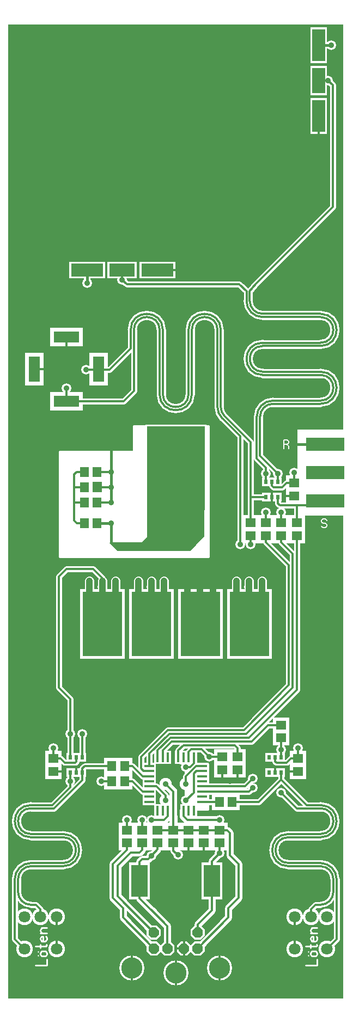
<source format=gbr>
%FSLAX34Y34*%
%MOMM*%
%LNCOPPER_TOP*%
G71*
G01*
%ADD10R, 2.600X4.600*%
%ADD11R, 2.600X5.600*%
%ADD12R, 4.600X2.600*%
%ADD13R, 5.600X2.600*%
%ADD14R, 7.000X10.800*%
%ADD15R, 9.600X13.600*%
%ADD16R, 1.050X2.100*%
%ADD17R, 2.100X1.050*%
%ADD18C, 1.900*%
%ADD19C, 1.500*%
%ADD20R, 2.600X2.400*%
%ADD21C, 0.900*%
%ADD22C, 3.900*%
%ADD23C, 0.300*%
%ADD24C, 1.100*%
%ADD25C, 1.300*%
%ADD26R, 2.400X2.600*%
%ADD27R, 8.600X4.600*%
%ADD28C, 0.167*%
%ADD29R, 3.200X3.400*%
%ADD30C, 2.900*%
%ADD31R, 1.150X1.400*%
%ADD32C, 2.400*%
%ADD33C, 0.400*%
%ADD34R, 5.200X3.000*%
%ADD35R, 3.000X5.200*%
%ADD36C, 1.000*%
%ADD37C, 2.600*%
%ADD38C, 1.400*%
%ADD39C, 0.222*%
%ADD40R, 3.300X5.800*%
%ADD41R, 2.000X4.000*%
%ADD42R, 2.000X5.000*%
%ADD43R, 4.000X2.000*%
%ADD44R, 5.000X2.000*%
%ADD45R, 6.200X10.000*%
%ADD46R, 9.000X13.000*%
%ADD47R, 0.450X1.500*%
%ADD48R, 1.500X0.450*%
%ADD49C, 0.900*%
%ADD50R, 1.600X1.400*%
%ADD51C, 3.300*%
%ADD52R, 1.400X1.600*%
%ADD53R, 6.000X2.000*%
%ADD54R, 0.550X0.800*%
%ADD55R, 4.000X1.800*%
%ADD56R, 1.800X4.000*%
%ADD57R, 6.000X7.000*%
%ADD58C, 1.800*%
%ADD59C, 0.200*%
%ADD60R, 2.500X5.000*%
%LPD*%
G36*
X0Y0D02*
X520000Y0D01*
X520000Y-1515000D01*
X0Y-1515000D01*
X0Y0D01*
G37*
%LPC*%
X482000Y-87000D02*
G54D10*
D03*
X482000Y-142000D02*
G54D11*
D03*
X482000Y-32000D02*
G54D11*
D03*
X177000Y-382000D02*
G54D12*
D03*
X232000Y-382000D02*
G54D13*
D03*
X122000Y-382000D02*
G54D13*
D03*
X374300Y-932300D02*
G54D14*
D03*
X298100Y-932300D02*
G54D14*
D03*
X221900Y-932300D02*
G54D14*
D03*
X145700Y-932300D02*
G54D14*
D03*
X260000Y-690000D02*
G54D15*
D03*
X232000Y-1222300D02*
G54D16*
D03*
X240000Y-1222300D02*
G54D16*
D03*
X248000Y-1222300D02*
G54D16*
D03*
X256000Y-1222300D02*
G54D16*
D03*
X272000Y-1222300D02*
G54D16*
D03*
X280000Y-1222300D02*
G54D16*
D03*
X288000Y-1222300D02*
G54D16*
D03*
X301200Y-1209000D02*
G54D17*
D03*
X301200Y-1201000D02*
G54D17*
D03*
X301200Y-1193000D02*
G54D17*
D03*
X301200Y-1185000D02*
G54D17*
D03*
X301200Y-1177000D02*
G54D17*
D03*
X301200Y-1169000D02*
G54D17*
D03*
X301200Y-1161000D02*
G54D17*
D03*
X301200Y-1153000D02*
G54D17*
D03*
X288000Y-1139800D02*
G54D16*
D03*
X280000Y-1139800D02*
G54D16*
D03*
G36*
X266750Y-1129300D02*
X277250Y-1129300D01*
X277250Y-1150300D01*
X266750Y-1150300D01*
X266750Y-1129300D01*
G37*
X264000Y-1139800D02*
G54D16*
D03*
X240000Y-1139800D02*
G54D16*
D03*
X232000Y-1139800D02*
G54D16*
D03*
X218800Y-1153000D02*
G54D17*
D03*
X218800Y-1161000D02*
G54D17*
D03*
X218800Y-1169000D02*
G54D17*
D03*
X218800Y-1177000D02*
G54D17*
D03*
X218800Y-1185000D02*
G54D17*
D03*
X218800Y-1193000D02*
G54D17*
D03*
X218800Y-1201000D02*
G54D17*
D03*
X218800Y-1209000D02*
G54D17*
D03*
X244000Y-1207000D02*
G54D18*
D03*
X276000Y-1207000D02*
G54D19*
D03*
X312000Y-1139000D02*
G54D19*
D03*
X304000Y-1273000D02*
G54D20*
D03*
X304000Y-1253000D02*
G54D20*
D03*
X280000Y-1273000D02*
G54D20*
D03*
X280000Y-1253000D02*
G54D20*
D03*
X256000Y-1273000D02*
G54D20*
D03*
X256000Y-1253000D02*
G54D20*
D03*
X328000Y-1273000D02*
G54D20*
D03*
X328000Y-1253000D02*
G54D20*
D03*
X244000Y-1181000D02*
G54D18*
D03*
X276000Y-1181000D02*
G54D18*
D03*
X276000Y-1155000D02*
G54D19*
D03*
G54D21*
X218800Y-1185000D02*
X230000Y-1185000D01*
X244000Y-1199000D01*
X244000Y-1207000D01*
G54D21*
X304000Y-1161000D02*
X292000Y-1161000D01*
X288000Y-1165000D01*
G54D21*
X276000Y-1207000D02*
X288000Y-1195000D01*
X288000Y-1165000D01*
X292000Y-1161000D01*
X301200Y-1161000D01*
G54D21*
X276000Y-1181000D02*
X276000Y-1169000D01*
X292000Y-1153000D01*
X301200Y-1153000D01*
G54D21*
X276000Y-1155000D02*
X282000Y-1155000D01*
X288000Y-1149000D01*
X288000Y-1139800D01*
G36*
X298565Y-1401000D02*
X305000Y-1407435D01*
X305000Y-1416565D01*
X298565Y-1423000D01*
X289435Y-1423000D01*
X283000Y-1416565D01*
X283000Y-1407435D01*
X289435Y-1401000D01*
X298565Y-1401000D01*
G37*
G36*
X298565Y-1426000D02*
X305000Y-1432435D01*
X305000Y-1441565D01*
X298565Y-1448000D01*
X289435Y-1448000D01*
X283000Y-1441565D01*
X283000Y-1432435D01*
X289435Y-1426000D01*
X298565Y-1426000D01*
G37*
G36*
X230565Y-1426000D02*
X237000Y-1432435D01*
X237000Y-1441565D01*
X230565Y-1448000D01*
X221435Y-1448000D01*
X215000Y-1441565D01*
X215000Y-1432435D01*
X221435Y-1426000D01*
X230565Y-1426000D01*
G37*
G36*
X230565Y-1401000D02*
X237000Y-1407435D01*
X237000Y-1416565D01*
X230565Y-1423000D01*
X221435Y-1423000D01*
X215000Y-1416565D01*
X215000Y-1407435D01*
X221435Y-1401000D01*
X230565Y-1401000D01*
G37*
G36*
X251565Y-1426000D02*
X258000Y-1432435D01*
X258000Y-1441565D01*
X251565Y-1448000D01*
X242435Y-1448000D01*
X236000Y-1441565D01*
X236000Y-1432435D01*
X242435Y-1426000D01*
X251565Y-1426000D01*
G37*
G36*
X277565Y-1426000D02*
X284000Y-1432435D01*
X284000Y-1441565D01*
X277565Y-1448000D01*
X268435Y-1448000D01*
X262000Y-1441565D01*
X262000Y-1432435D01*
X268435Y-1426000D01*
X277565Y-1426000D01*
G37*
X260000Y-1475000D02*
G54D22*
D03*
X328000Y-1467000D02*
G54D22*
D03*
X192000Y-1467000D02*
G54D22*
D03*
X232000Y-1273000D02*
G54D20*
D03*
X232000Y-1253000D02*
G54D20*
D03*
X264000Y-1291000D02*
G54D19*
D03*
G36*
X276000Y-1221000D02*
X276000Y-1151000D01*
X310000Y-1151000D01*
X310000Y-1221000D01*
X276000Y-1221000D01*
G37*
G54D23*
X276000Y-1221000D02*
X276000Y-1151000D01*
X310000Y-1151000D01*
X310000Y-1221000D01*
X276000Y-1221000D01*
G54D21*
X328000Y-1289000D02*
X328000Y-1273000D01*
G54D21*
X256000Y-1273000D02*
X256000Y-1285000D01*
X260000Y-1289000D01*
X264000Y-1289000D01*
X184000Y-1273000D02*
G54D20*
D03*
X184000Y-1253000D02*
G54D20*
D03*
X208000Y-1273000D02*
G54D20*
D03*
X208000Y-1253000D02*
G54D20*
D03*
G54D24*
X232000Y-1253000D02*
X340000Y-1253000D01*
X344000Y-1257000D01*
G54D25*
X244000Y-1181000D02*
X256000Y-1193000D01*
X256000Y-1253000D01*
X328000Y-1289000D02*
G54D19*
D03*
X222000Y-1293000D02*
G54D19*
D03*
X328000Y-1237000D02*
G54D19*
D03*
X222000Y-1237000D02*
G54D19*
D03*
G54D25*
X272000Y-1222300D02*
X272000Y-1231000D01*
X278000Y-1237000D01*
X328000Y-1237000D01*
G54D25*
X248000Y-1222300D02*
X248000Y-1231000D01*
X242000Y-1237000D01*
X222000Y-1237000D01*
X332000Y-1139000D02*
G54D20*
D03*
X332000Y-1159000D02*
G54D20*
D03*
X356000Y-1139000D02*
G54D20*
D03*
X356000Y-1159000D02*
G54D20*
D03*
G54D21*
X301200Y-1209000D02*
X328000Y-1209000D01*
X328000Y-1209000D02*
G54D26*
D03*
X348000Y-1209000D02*
G54D26*
D03*
X468636Y-696999D02*
G54D19*
D03*
X492636Y-741000D02*
G54D27*
D03*
X492636Y-653000D02*
G54D27*
D03*
G54D28*
X431686Y-652982D02*
X434686Y-654649D01*
X435686Y-656316D01*
X435686Y-659649D01*
G54D28*
X427686Y-659649D02*
X427686Y-646316D01*
X432686Y-646316D01*
X434686Y-647149D01*
X435686Y-648816D01*
X435686Y-650482D01*
X434686Y-652149D01*
X432686Y-652982D01*
X427686Y-652982D01*
X117966Y-695694D02*
G54D26*
D03*
X137966Y-695694D02*
G54D26*
D03*
X117966Y-775694D02*
G54D29*
D03*
X137966Y-775694D02*
G54D29*
D03*
X117966Y-719694D02*
G54D26*
D03*
G36*
X125966Y-706694D02*
X149966Y-706693D01*
X149966Y-732693D01*
X125966Y-732694D01*
X125966Y-706694D01*
G37*
G54D25*
X117966Y-695694D02*
X105966Y-695694D01*
X101966Y-699694D01*
X101966Y-771694D01*
X105966Y-775694D01*
X117966Y-775694D01*
G54D25*
X119966Y-719694D02*
X101966Y-719694D01*
X117966Y-743694D02*
G54D29*
D03*
X137966Y-743694D02*
G54D29*
D03*
G54D25*
X117966Y-743694D02*
X101966Y-743694D01*
X160000Y-776000D02*
G54D30*
D03*
X400000Y-735000D02*
G54D31*
D03*
X409500Y-735000D02*
G54D31*
D03*
X419000Y-735000D02*
G54D31*
D03*
X400000Y-711000D02*
G54D31*
D03*
X409500Y-711000D02*
G54D31*
D03*
X419000Y-711000D02*
G54D31*
D03*
X444000Y-733000D02*
G54D20*
D03*
X444000Y-713000D02*
G54D20*
D03*
X400000Y-775000D02*
G54D20*
D03*
X400000Y-795000D02*
G54D20*
D03*
X424000Y-775000D02*
G54D20*
D03*
X424000Y-795000D02*
G54D20*
D03*
X448000Y-775000D02*
G54D20*
D03*
X448000Y-795000D02*
G54D20*
D03*
X376000Y-775000D02*
G54D20*
D03*
X376000Y-795000D02*
G54D20*
D03*
G54D21*
X424000Y-759000D02*
X424000Y-775000D01*
G54D21*
X409500Y-711000D02*
X409500Y-717596D01*
X411634Y-719729D01*
X425737Y-719729D01*
X432466Y-713000D01*
X444000Y-713000D01*
X444000Y-697000D01*
G54D21*
X376000Y-795000D02*
X376000Y-809000D01*
G54D21*
X400000Y-795000D02*
X400000Y-805000D01*
G54D21*
X424000Y-795000D02*
X424000Y-805000D01*
G54D21*
X448000Y-795000D02*
X448000Y-809000D01*
X96000Y-1163500D02*
G54D31*
D03*
X105500Y-1163500D02*
G54D31*
D03*
X115000Y-1163500D02*
G54D31*
D03*
X96000Y-1139500D02*
G54D31*
D03*
X105500Y-1139500D02*
G54D31*
D03*
X115000Y-1139500D02*
G54D31*
D03*
X70000Y-1161500D02*
G54D20*
D03*
X70000Y-1141500D02*
G54D20*
D03*
G54D21*
X105500Y-1139500D02*
X105500Y-1146096D01*
X103366Y-1148230D01*
X87366Y-1148230D01*
X80637Y-1141500D01*
X70000Y-1141500D01*
X115000Y-1103500D02*
G54D19*
D03*
X96000Y-1103500D02*
G54D19*
D03*
X96000Y-1177000D02*
G54D19*
D03*
G54D21*
X115000Y-1103500D02*
X115000Y-1139500D01*
G54D21*
X96000Y-1103500D02*
X96000Y-1139500D01*
G54D21*
X96000Y-1163500D02*
X96000Y-1177500D01*
X180800Y-1177000D02*
G54D26*
D03*
X160800Y-1177000D02*
G54D26*
D03*
X180800Y-1153000D02*
G54D26*
D03*
X160800Y-1153000D02*
G54D26*
D03*
X208000Y-1237000D02*
G54D19*
D03*
X184000Y-1237000D02*
G54D19*
D03*
G54D21*
X208000Y-1237000D02*
X208000Y-1253000D01*
G54D21*
X184000Y-1237000D02*
X184000Y-1253000D01*
X70000Y-1125500D02*
G54D19*
D03*
G54D21*
X70000Y-1125500D02*
X70000Y-1141500D01*
G54D21*
X232000Y-1139800D02*
X232000Y-1129000D01*
X252000Y-1109000D01*
X374000Y-1109000D01*
X448000Y-1035000D01*
G54D21*
X218800Y-1153000D02*
X218800Y-1134200D01*
X250000Y-1103000D01*
X370000Y-1103000D01*
X442000Y-1031000D01*
G54D21*
X218800Y-1161000D02*
X210000Y-1161000D01*
X206000Y-1157000D01*
X206000Y-1139000D01*
X248000Y-1097000D01*
X366000Y-1097000D01*
X436000Y-1027000D01*
X376000Y-809000D02*
G54D19*
D03*
X360000Y-809000D02*
G54D19*
D03*
X380000Y-1173000D02*
G54D19*
D03*
X380000Y-1187000D02*
G54D19*
D03*
X248000Y-1139800D02*
G54D16*
D03*
G54D21*
G75*
G01X235000Y-475000D02*
G03X195000Y-475000I-20000J0D01*
G01*
G54D21*
G75*
G01X240000Y-475000D02*
G03X190000Y-475000I-25000J0D01*
G01*
G54D21*
X190000Y-475000D02*
X190000Y-503614D01*
X157092Y-536521D01*
X120629Y-536521D01*
G54D21*
X90000Y-566000D02*
X90000Y-586000D01*
X179000Y-586000D01*
X195000Y-570000D01*
X195000Y-475000D01*
G54D21*
G75*
G01X240000Y-574927D02*
G03X280000Y-574927I20000J0D01*
G01*
G54D21*
G75*
G01X235000Y-574927D02*
G03X285000Y-574927I25000J0D01*
G01*
G54D21*
X235000Y-475000D02*
X235000Y-574927D01*
G54D21*
X240000Y-475000D02*
X240000Y-574927D01*
G54D21*
G75*
G01X325000Y-475000D02*
G03X285000Y-475000I-20000J0D01*
G01*
G54D21*
G75*
G01X330000Y-475000D02*
G03X280000Y-475000I-25000J0D01*
G01*
G54D21*
G75*
G01X330000Y-594927D02*
G03X335858Y-609069I20000J0D01*
G01*
G54D21*
G75*
G01X325000Y-594927D02*
G03X332322Y-612605I25000J0D01*
G01*
G54D21*
X325000Y-475000D02*
X325000Y-594927D01*
G54D21*
X330000Y-475000D02*
X330000Y-594927D01*
G54D21*
X280000Y-574927D02*
X280000Y-475000D01*
G54D21*
X285000Y-475000D02*
X285000Y-574927D01*
G54D24*
X232000Y-1273000D02*
X232000Y-1283000D01*
X222000Y-1293000D01*
G54D32*
X137966Y-775694D02*
X160000Y-775694D01*
X160000Y-776000D01*
G54D32*
X160000Y-776000D02*
X160000Y-805000D01*
X170000Y-815000D01*
X250000Y-815000D01*
X260000Y-805000D01*
X260000Y-690000D01*
G36*
X80000Y-665000D02*
X195000Y-665000D01*
X195000Y-625000D01*
X310000Y-625000D01*
X310000Y-827000D01*
X80000Y-827000D01*
X80000Y-665000D01*
G37*
G54D33*
X80000Y-665000D02*
X195000Y-665000D01*
X195000Y-625000D01*
X310000Y-625000D01*
X310000Y-827000D01*
X80000Y-827000D01*
X80000Y-665000D01*
G54D21*
X226000Y-1437000D02*
X184000Y-1395000D01*
G54D21*
X226000Y-1412000D02*
X208000Y-1394000D01*
G54D24*
X247000Y-1437000D02*
X247000Y-1402000D01*
X222000Y-1377000D01*
X90000Y-486000D02*
G54D34*
D03*
X90000Y-586000D02*
G54D34*
D03*
X140000Y-536000D02*
G54D35*
D03*
X40000Y-536000D02*
G54D35*
D03*
G54D21*
X436000Y-853000D02*
X436000Y-1027000D01*
G54D21*
X442000Y-853000D02*
X442000Y-1031000D01*
G54D21*
X448000Y-809000D02*
X448000Y-1035000D01*
G54D21*
X400000Y-711000D02*
X400000Y-689000D01*
X386000Y-675000D01*
X386073Y-610000D01*
X424000Y-759000D02*
G54D19*
D03*
X419000Y-699000D02*
G54D19*
D03*
G54D21*
X419000Y-711000D02*
X419000Y-699000D01*
X391073Y-671072D01*
X391073Y-610000D01*
G54D21*
X442000Y-853000D02*
X442000Y-823000D01*
X424000Y-805000D01*
G54D21*
X436000Y-853000D02*
X436000Y-841000D01*
X400000Y-805000D01*
G54D21*
X360000Y-809000D02*
X360000Y-640282D01*
X332322Y-612605D01*
G54D21*
X376000Y-775000D02*
X376000Y-649212D01*
X335858Y-609069D01*
G54D21*
X301200Y-1193000D02*
X374000Y-1193000D01*
X380000Y-1187000D01*
G54D21*
X301200Y-1185000D02*
X368000Y-1185000D01*
X380000Y-1173000D01*
X424000Y-1089500D02*
G54D20*
D03*
X424000Y-1109500D02*
G54D20*
D03*
G54D21*
X240000Y-1139800D02*
X240000Y-1129000D01*
X254000Y-1115000D01*
X378000Y-1115000D01*
X403500Y-1089500D01*
X424000Y-1089500D01*
G54D21*
X424000Y-1109500D02*
X424000Y-1139500D01*
G54D21*
X280000Y-1139800D02*
X280000Y-1131000D01*
X284000Y-1127000D01*
X300000Y-1127000D01*
X312000Y-1139000D01*
X332000Y-1139000D01*
G54D21*
X264000Y-1139800D02*
X264000Y-1129000D01*
X272000Y-1121000D01*
X352000Y-1121000D01*
X356000Y-1125000D01*
X356000Y-1139000D01*
G54D21*
G75*
G01X395073Y-495000D02*
G03X395073Y-545000I0J-25000D01*
G01*
G54D21*
G75*
G01X485000Y-585000D02*
G03X485000Y-545000I0J20000D01*
G01*
G54D21*
X485000Y-545000D02*
X395073Y-545000D01*
G54D21*
G75*
G01X411073Y-585000D02*
G03X386073Y-610000I0J-25000D01*
G01*
G54D21*
X485000Y-585000D02*
X411073Y-585000D01*
G54D21*
G75*
G01X395073Y-500000D02*
G03X395073Y-540000I0J-20000D01*
G01*
G54D21*
G75*
G01X485000Y-590000D02*
G03X485000Y-540000I0J25000D01*
G01*
G54D21*
X395073Y-540000D02*
X485000Y-540000D01*
G54D21*
X485000Y-590000D02*
X411073Y-590000D01*
G54D21*
G75*
G01X411073Y-590000D02*
G03X391073Y-610000I0J-20000D01*
G01*
X122000Y-402000D02*
G54D19*
D03*
X177000Y-397000D02*
G54D19*
D03*
X497000Y-87000D02*
G54D19*
D03*
X502000Y-32000D02*
G54D19*
D03*
G54D36*
X502000Y-32000D02*
X482000Y-32000D01*
G54D36*
X122000Y-382000D02*
X122000Y-402000D01*
G54D21*
X177000Y-397000D02*
X177000Y-382000D01*
G54D21*
X482000Y-87000D02*
X497000Y-87000D01*
X120629Y-536521D02*
G54D19*
D03*
X260000Y-746000D02*
G54D30*
D03*
X25000Y-1437500D02*
G54D37*
D03*
X75000Y-1437500D02*
G54D37*
D03*
X50000Y-1387500D02*
G54D37*
D03*
X25000Y-1387500D02*
G54D37*
D03*
X75000Y-1387500D02*
G54D37*
D03*
G54D21*
G75*
G01X35000Y-1219000D02*
G03X35000Y-1259000I0J-20000D01*
G01*
G54D21*
G75*
G01X35000Y-1214000D02*
G03X35000Y-1264000I0J-25000D01*
G01*
G54D21*
G75*
G01X84927Y-1309000D02*
G03X84927Y-1259000I0J25000D01*
G01*
G54D21*
X35000Y-1309000D02*
X84927Y-1309000D01*
G54D21*
G75*
G01X84927Y-1304000D02*
G03X84927Y-1264000I0J20000D01*
G01*
G54D21*
X84927Y-1304000D02*
X35000Y-1304000D01*
G54D21*
X35000Y-1264000D02*
X84927Y-1264000D01*
G54D21*
X84927Y-1259000D02*
X35000Y-1259000D01*
G54D21*
G75*
G01X35000Y-1309000D02*
G03X15000Y-1329000I0J-20000D01*
G01*
G54D21*
G75*
G01X35000Y-1304000D02*
G03X10000Y-1329000I0J-25000D01*
G01*
G54D21*
X35000Y-1219000D02*
X71000Y-1219000D01*
X115000Y-1175000D01*
X115000Y-1163500D01*
G54D21*
X10000Y-1329000D02*
X10000Y-1422500D01*
X25000Y-1437500D01*
G54D21*
G75*
G01X15000Y-1349000D02*
G03X35000Y-1369000I20000J0D01*
G01*
G54D21*
X50000Y-1387500D02*
X50000Y-1376000D01*
X43000Y-1369000D01*
X35000Y-1369000D01*
G54D21*
X15000Y-1329000D02*
X15000Y-1349000D01*
G54D21*
X218800Y-1169000D02*
X209000Y-1169000D01*
X193000Y-1153000D01*
X180800Y-1153000D01*
G54D21*
X160800Y-1153000D02*
X119000Y-1153000D01*
X115000Y-1157000D01*
X115000Y-1163500D01*
X144800Y-1177000D02*
G54D19*
D03*
G54D21*
X35000Y-1214000D02*
X68000Y-1214000D01*
X96000Y-1186000D01*
X96000Y-1177000D01*
G54D21*
X144800Y-1177000D02*
X160800Y-1177000D01*
G54D21*
X145700Y-940000D02*
X145700Y-861300D01*
X131400Y-847000D01*
X90000Y-847000D01*
X78000Y-859000D01*
X78000Y-1031000D01*
X96000Y-1049000D01*
X96000Y-1103500D01*
X495000Y-1437500D02*
G54D37*
D03*
X445000Y-1437500D02*
G54D37*
D03*
X470000Y-1387500D02*
G54D37*
D03*
X495000Y-1387500D02*
G54D37*
D03*
X445000Y-1387500D02*
G54D37*
D03*
G54D21*
G75*
G01X485000Y-1259000D02*
G03X485000Y-1219000I0J20000D01*
G01*
G54D21*
G75*
G01X485000Y-1264000D02*
G03X485000Y-1214000I0J25000D01*
G01*
G54D21*
G75*
G01X435073Y-1259000D02*
G03X435073Y-1309000I0J-25000D01*
G01*
G54D21*
X485000Y-1309000D02*
X435073Y-1309000D01*
G54D21*
G75*
G01X435073Y-1264000D02*
G03X435073Y-1304000I0J-20000D01*
G01*
G54D21*
X435073Y-1304000D02*
X485000Y-1304000D01*
G54D21*
X485000Y-1264000D02*
X435073Y-1264000D01*
G54D21*
X435073Y-1259000D02*
X485000Y-1259000D01*
G54D21*
G75*
G01X505000Y-1329000D02*
G03X485000Y-1309000I-20000J0D01*
G01*
G54D21*
G75*
G01X510000Y-1329000D02*
G03X485000Y-1304000I-25000J0D01*
G01*
G54D21*
X510000Y-1329000D02*
X510000Y-1422500D01*
X495000Y-1437500D01*
G54D21*
G75*
G01X485000Y-1369000D02*
G03X505000Y-1349000I0J20000D01*
G01*
G54D21*
X470000Y-1387500D02*
X470000Y-1376000D01*
X477000Y-1369000D01*
X485000Y-1369000D01*
G54D21*
X505000Y-1329000D02*
X505000Y-1349000D01*
X424000Y-1163500D02*
G54D31*
D03*
X414500Y-1163500D02*
G54D31*
D03*
X405000Y-1163500D02*
G54D31*
D03*
X424000Y-1139500D02*
G54D31*
D03*
X414500Y-1139500D02*
G54D31*
D03*
X405000Y-1139500D02*
G54D31*
D03*
X450000Y-1161500D02*
G54D20*
D03*
X450000Y-1141500D02*
G54D20*
D03*
G54D21*
X414500Y-1139500D02*
X414500Y-1146096D01*
X416634Y-1148230D01*
X432634Y-1148230D01*
X439363Y-1141500D01*
X450000Y-1141500D01*
X424000Y-1194768D02*
G54D19*
D03*
G54D21*
X424000Y-1194768D02*
X448232Y-1219000D01*
X485000Y-1219000D01*
X424000Y-1127500D02*
G54D19*
D03*
G54D21*
X485000Y-1214000D02*
X464000Y-1214000D01*
X424000Y-1174000D01*
X424000Y-1163500D01*
G54D21*
X348000Y-1209000D02*
X389000Y-1209000D01*
X424000Y-1174000D01*
X450000Y-1125500D02*
G54D19*
D03*
G54D21*
X450000Y-1125500D02*
X450000Y-1141500D01*
X444000Y-697000D02*
G54D19*
D03*
G54D21*
X222100Y-940000D02*
X222000Y-939900D01*
X222000Y-875000D01*
X222000Y-875000D02*
G54D19*
D03*
X146000Y-875000D02*
G54D19*
D03*
G54D21*
X374100Y-940000D02*
X374000Y-939900D01*
X374000Y-875000D01*
X374000Y-875000D02*
G54D19*
D03*
G54D21*
X218800Y-1193000D02*
X209000Y-1193000D01*
X193000Y-1177000D01*
X180800Y-1177000D01*
G54D21*
X400000Y-759000D02*
X400000Y-775000D01*
X400000Y-759000D02*
G54D19*
D03*
X400000Y-699000D02*
G54D19*
D03*
G54D21*
X400000Y-735000D02*
X376000Y-735000D01*
X376000Y-775000D01*
X492636Y-696999D02*
G54D27*
D03*
G54D21*
X419000Y-735000D02*
X419000Y-745000D01*
X422000Y-748000D01*
X448000Y-748000D01*
X448000Y-775000D01*
X448000Y-748000D01*
X467000Y-748000D01*
G54D28*
X486686Y-780050D02*
X487686Y-781716D01*
X489686Y-782550D01*
X491686Y-782550D01*
X493686Y-781716D01*
X494686Y-780050D01*
X494686Y-778383D01*
X493686Y-776716D01*
X491686Y-775883D01*
X489686Y-775883D01*
X487686Y-775050D01*
X486686Y-773383D01*
X486686Y-771716D01*
X487686Y-770050D01*
X489686Y-769216D01*
X491686Y-769216D01*
X493686Y-770050D01*
X494686Y-771716D01*
G54D21*
X485000Y-500000D02*
X395073Y-500000D01*
G54D21*
X395073Y-495000D02*
X485000Y-495000D01*
G54D21*
G75*
G01X370073Y-430000D02*
G03X395073Y-455000I25000J0D01*
G01*
G54D21*
G75*
G01X485000Y-495000D02*
G03X485000Y-455000I0J20000D01*
G01*
G54D21*
X485000Y-455000D02*
X395073Y-455000D01*
G54D21*
G75*
G01X375073Y-430000D02*
G03X395073Y-450000I20000J0D01*
G01*
G54D21*
G75*
G01X485000Y-500000D02*
G03X485000Y-450000I0J25000D01*
G01*
G54D21*
X395073Y-450000D02*
X485000Y-450000D01*
G54D21*
X370073Y-430000D02*
X370073Y-415073D01*
X359000Y-404000D01*
X184000Y-404000D01*
X177000Y-397000D01*
G54D21*
X375073Y-430000D02*
X375073Y-414927D01*
X384000Y-404000D01*
X504000Y-284000D01*
X504000Y-94000D01*
X497000Y-87000D01*
G36*
X216000Y-754000D02*
X304000Y-754000D01*
X304000Y-796000D01*
X282000Y-818000D01*
X170000Y-818000D01*
X158000Y-806000D01*
X208000Y-806000D01*
X216000Y-798000D01*
X216000Y-754000D01*
G37*
G54D36*
X216000Y-754000D02*
X304000Y-754000D01*
X304000Y-796000D01*
X282000Y-818000D01*
X170000Y-818000D01*
X158000Y-806000D01*
X208000Y-806000D01*
X216000Y-798000D01*
X216000Y-754000D01*
G54D38*
X354000Y-865000D02*
X354000Y-885000D01*
G54D38*
X394000Y-865000D02*
X394000Y-885000D01*
G54D38*
X374000Y-865000D02*
X374000Y-885000D01*
G54D38*
X202000Y-865000D02*
X202000Y-885000D01*
G54D38*
X242000Y-865000D02*
X242000Y-885000D01*
G54D38*
X222000Y-865000D02*
X222000Y-885000D01*
G54D38*
X126000Y-865000D02*
X126000Y-885000D01*
G54D38*
X166000Y-865000D02*
X166000Y-885000D01*
G54D38*
X146000Y-865000D02*
X146000Y-885000D01*
X90000Y-566000D02*
G54D19*
D03*
G54D39*
X41768Y-1463267D02*
X59546Y-1463267D01*
X59546Y-1453934D01*
G54D39*
X46213Y-1447712D02*
X46213Y-1447712D01*
G54D39*
X46213Y-1442378D02*
X46213Y-1442378D01*
G54D39*
X56880Y-1441045D02*
X52435Y-1441045D01*
X50213Y-1442378D01*
X49546Y-1445045D01*
X50213Y-1447712D01*
X52435Y-1449045D01*
X56880Y-1449045D01*
X59102Y-1447712D01*
X59546Y-1445045D01*
X59102Y-1442378D01*
X56880Y-1441045D01*
G54D39*
X41769Y-1433490D02*
X58435Y-1433490D01*
X59546Y-1432156D01*
X59102Y-1430822D01*
G54D39*
X49546Y-1436156D02*
X49546Y-1430822D01*
G54D39*
X58435Y-1417934D02*
X59546Y-1420068D01*
X59546Y-1422734D01*
X58435Y-1425401D01*
X56213Y-1425934D01*
X52435Y-1425934D01*
X50213Y-1424600D01*
X49546Y-1421934D01*
X50213Y-1419268D01*
X51769Y-1417934D01*
X53991Y-1417934D01*
X53991Y-1425934D01*
G54D39*
X59546Y-1413045D02*
X49546Y-1413045D01*
G54D39*
X51768Y-1413045D02*
X50213Y-1411712D01*
X49546Y-1409045D01*
X50213Y-1406378D01*
X51768Y-1405045D01*
X59546Y-1405045D01*
G54D39*
X461768Y-1463267D02*
X479546Y-1463267D01*
X479546Y-1453934D01*
G54D39*
X466213Y-1447712D02*
X466213Y-1447712D01*
G54D39*
X466213Y-1442378D02*
X466213Y-1442378D01*
G54D39*
X476880Y-1441045D02*
X472435Y-1441045D01*
X470213Y-1442378D01*
X469546Y-1445045D01*
X470213Y-1447712D01*
X472435Y-1449045D01*
X476880Y-1449045D01*
X479102Y-1447712D01*
X479546Y-1445045D01*
X479102Y-1442378D01*
X476880Y-1441045D01*
G54D39*
X461769Y-1433490D02*
X478435Y-1433490D01*
X479546Y-1432156D01*
X479102Y-1430822D01*
G54D39*
X469546Y-1436156D02*
X469546Y-1430822D01*
G54D39*
X478435Y-1417934D02*
X479546Y-1420068D01*
X479546Y-1422734D01*
X478435Y-1425401D01*
X476213Y-1425934D01*
X472435Y-1425934D01*
X470213Y-1424600D01*
X469546Y-1421934D01*
X470213Y-1419268D01*
X471769Y-1417934D01*
X473991Y-1417934D01*
X473991Y-1425934D01*
G54D39*
X479546Y-1413045D02*
X469546Y-1413045D01*
G54D39*
X471768Y-1413045D02*
X470213Y-1411712D01*
X469546Y-1409045D01*
X470213Y-1406378D01*
X471768Y-1405045D01*
X479546Y-1405045D01*
G54D24*
X226000Y-1412000D02*
X170000Y-1356000D01*
X170000Y-1308000D01*
X190000Y-1288000D01*
X204000Y-1288000D01*
X208000Y-1284000D01*
X208000Y-1273000D01*
X204000Y-1332000D02*
G54D40*
D03*
X316000Y-1332000D02*
G54D40*
D03*
G54D24*
X226000Y-1437000D02*
X178000Y-1389000D01*
X178000Y-1374000D01*
X162000Y-1358000D01*
X162000Y-1306000D01*
X184000Y-1284000D01*
X184000Y-1273000D01*
G54D24*
X294000Y-1437000D02*
X342000Y-1389000D01*
X342000Y-1374000D01*
X358000Y-1358000D01*
X358000Y-1306000D01*
X344000Y-1292000D01*
X344000Y-1257000D01*
G54D24*
X247000Y-1437000D02*
X247000Y-1402000D01*
X204000Y-1359000D01*
X204000Y-1332000D01*
X204000Y-1302000D01*
X208000Y-1298000D01*
X217000Y-1298000D01*
X222000Y-1293000D01*
G54D24*
X294000Y-1412000D02*
X294000Y-1400000D01*
X316000Y-1378000D01*
X316000Y-1332000D01*
X316000Y-1301000D01*
X328000Y-1289000D01*
%LPD*%
X482000Y-87000D02*
G54D41*
D03*
X482000Y-142000D02*
G54D42*
D03*
X482000Y-32000D02*
G54D42*
D03*
X177000Y-382000D02*
G54D43*
D03*
X232000Y-382000D02*
G54D44*
D03*
X122000Y-382000D02*
G54D44*
D03*
X374300Y-932300D02*
G54D45*
D03*
X298100Y-932300D02*
G54D45*
D03*
X221900Y-932300D02*
G54D45*
D03*
X145700Y-932300D02*
G54D45*
D03*
X260000Y-690000D02*
G54D46*
D03*
X232000Y-1222300D02*
G54D47*
D03*
X240000Y-1222300D02*
G54D47*
D03*
X248000Y-1222300D02*
G54D47*
D03*
X256000Y-1222300D02*
G54D47*
D03*
X264000Y-1222300D02*
G54D47*
D03*
X272000Y-1222300D02*
G54D47*
D03*
X280000Y-1222300D02*
G54D47*
D03*
X288000Y-1222300D02*
G54D47*
D03*
X301200Y-1209000D02*
G54D48*
D03*
X301200Y-1201000D02*
G54D48*
D03*
X301200Y-1193000D02*
G54D48*
D03*
X301200Y-1185000D02*
G54D48*
D03*
X301200Y-1177000D02*
G54D48*
D03*
X301200Y-1169000D02*
G54D48*
D03*
X301200Y-1161000D02*
G54D48*
D03*
X301200Y-1153000D02*
G54D48*
D03*
X288000Y-1139800D02*
G54D47*
D03*
X280000Y-1139800D02*
G54D47*
D03*
X272000Y-1139800D02*
G54D47*
D03*
X264000Y-1139800D02*
G54D47*
D03*
X256000Y-1139800D02*
G54D47*
D03*
X240000Y-1139800D02*
G54D47*
D03*
X232000Y-1139800D02*
G54D47*
D03*
X218800Y-1153000D02*
G54D48*
D03*
X218800Y-1161000D02*
G54D48*
D03*
X218800Y-1169000D02*
G54D48*
D03*
X218800Y-1177000D02*
G54D48*
D03*
X218800Y-1185000D02*
G54D48*
D03*
X218800Y-1193000D02*
G54D48*
D03*
X218800Y-1201000D02*
G54D48*
D03*
X218800Y-1209000D02*
G54D48*
D03*
X244000Y-1207000D02*
G54D49*
D03*
X276000Y-1207000D02*
G54D49*
D03*
X312000Y-1139000D02*
G54D49*
D03*
X304000Y-1273000D02*
G54D50*
D03*
X304000Y-1253000D02*
G54D50*
D03*
X280000Y-1273000D02*
G54D50*
D03*
X280000Y-1253000D02*
G54D50*
D03*
X256000Y-1273000D02*
G54D50*
D03*
X256000Y-1253000D02*
G54D50*
D03*
G54D23*
X280000Y-1289000D02*
X280000Y-1273000D01*
G54D23*
X304000Y-1289000D02*
X304000Y-1273000D01*
X328000Y-1273000D02*
G54D50*
D03*
X328000Y-1253000D02*
G54D50*
D03*
X244000Y-1181000D02*
G54D49*
D03*
X276000Y-1181000D02*
G54D49*
D03*
X244000Y-1155000D02*
G54D49*
D03*
X276000Y-1155000D02*
G54D49*
D03*
G54D23*
X244000Y-1155000D02*
X252000Y-1155000D01*
X256000Y-1155000D01*
X256000Y-1129000D01*
G54D23*
X264000Y-1222300D02*
X264000Y-1155000D01*
X256000Y-1155000D01*
G54D23*
X218800Y-1185000D02*
X230000Y-1185000D01*
X244000Y-1199000D01*
X244000Y-1207000D01*
G54D23*
X304000Y-1161000D02*
X292000Y-1161000D01*
X288000Y-1165000D01*
G54D23*
X276000Y-1207000D02*
X288000Y-1195000D01*
X288000Y-1165000D01*
X292000Y-1161000D01*
X301200Y-1161000D01*
G54D23*
X276000Y-1181000D02*
X276000Y-1169000D01*
X292000Y-1153000D01*
X301200Y-1153000D01*
G54D23*
X276000Y-1155000D02*
X282000Y-1155000D01*
X288000Y-1149000D01*
X288000Y-1139800D01*
G36*
X297320Y-1404000D02*
X302000Y-1408680D01*
X302000Y-1415320D01*
X297320Y-1420000D01*
X290680Y-1420000D01*
X286000Y-1415320D01*
X286000Y-1408680D01*
X290680Y-1404000D01*
X297320Y-1404000D01*
G37*
G36*
X297320Y-1429000D02*
X302000Y-1433680D01*
X302000Y-1440320D01*
X297320Y-1445000D01*
X290680Y-1445000D01*
X286000Y-1440320D01*
X286000Y-1433680D01*
X290680Y-1429000D01*
X297320Y-1429000D01*
G37*
G36*
X229320Y-1429000D02*
X234000Y-1433680D01*
X234000Y-1440320D01*
X229320Y-1445000D01*
X222680Y-1445000D01*
X218000Y-1440320D01*
X218000Y-1433680D01*
X222680Y-1429000D01*
X229320Y-1429000D01*
G37*
G36*
X229320Y-1404000D02*
X234000Y-1408680D01*
X234000Y-1415320D01*
X229320Y-1420000D01*
X222680Y-1420000D01*
X218000Y-1415320D01*
X218000Y-1408680D01*
X222680Y-1404000D01*
X229320Y-1404000D01*
G37*
G36*
X250320Y-1429000D02*
X255000Y-1433680D01*
X255000Y-1440320D01*
X250320Y-1445000D01*
X243680Y-1445000D01*
X239000Y-1440320D01*
X239000Y-1433680D01*
X243680Y-1429000D01*
X250320Y-1429000D01*
G37*
G36*
X276320Y-1429000D02*
X281000Y-1433680D01*
X281000Y-1440320D01*
X276320Y-1445000D01*
X269680Y-1445000D01*
X265000Y-1440320D01*
X265000Y-1433680D01*
X269680Y-1429000D01*
X276320Y-1429000D01*
G37*
X260000Y-1475000D02*
G54D51*
D03*
X328000Y-1467000D02*
G54D51*
D03*
X192000Y-1467000D02*
G54D51*
D03*
G54D23*
X273000Y-1423000D02*
X273000Y-1451500D01*
G54D23*
X273000Y-1437000D02*
X260000Y-1437000D01*
X232000Y-1273000D02*
G54D50*
D03*
X232000Y-1253000D02*
G54D50*
D03*
X264000Y-1291000D02*
G54D49*
D03*
G54D23*
X328000Y-1289000D02*
X328000Y-1273000D01*
G54D23*
X256000Y-1273000D02*
X256000Y-1285000D01*
X260000Y-1289000D01*
X264000Y-1289000D01*
G54D23*
X328000Y-1442000D02*
X328000Y-1488726D01*
G54D23*
X260000Y-1450000D02*
X260000Y-1496726D01*
G54D23*
X192000Y-1442000D02*
X192000Y-1488726D01*
G54D23*
X256000Y-1129000D02*
X256000Y-1139800D01*
X184000Y-1273000D02*
G54D50*
D03*
X184000Y-1253000D02*
G54D50*
D03*
X208000Y-1273000D02*
G54D50*
D03*
X208000Y-1253000D02*
G54D50*
D03*
G54D23*
X232000Y-1253000D02*
X340000Y-1253000D01*
X344000Y-1257000D01*
G54D23*
X244000Y-1181000D02*
X256000Y-1193000D01*
X256000Y-1253000D01*
X328000Y-1289000D02*
G54D49*
D03*
X222000Y-1293000D02*
G54D49*
D03*
X328000Y-1237000D02*
G54D49*
D03*
X222000Y-1237000D02*
G54D49*
D03*
G54D23*
X272000Y-1222300D02*
X272000Y-1231000D01*
X278000Y-1237000D01*
X328000Y-1237000D01*
G54D23*
X248000Y-1222300D02*
X248000Y-1231000D01*
X242000Y-1237000D01*
X222000Y-1237000D01*
X332000Y-1139000D02*
G54D50*
D03*
X332000Y-1159000D02*
G54D50*
D03*
X356000Y-1139000D02*
G54D50*
D03*
X356000Y-1159000D02*
G54D50*
D03*
G54D23*
X356000Y-1159000D02*
X356000Y-1173000D01*
G54D23*
X332000Y-1159000D02*
X332000Y-1173000D01*
X344000Y-1177000D02*
G54D49*
D03*
G54D23*
X298100Y-940000D02*
X298000Y-939900D01*
X298000Y-875000D01*
G54D23*
X301200Y-1209000D02*
X328000Y-1209000D01*
X328000Y-1209000D02*
G54D52*
D03*
X348000Y-1209000D02*
G54D52*
D03*
X468636Y-696999D02*
G54D49*
D03*
X468636Y-652999D02*
G54D49*
D03*
X492636Y-741000D02*
G54D53*
D03*
X492636Y-653000D02*
G54D53*
D03*
X117966Y-695694D02*
G54D52*
D03*
X137966Y-695694D02*
G54D52*
D03*
X117966Y-775694D02*
G54D52*
D03*
X137966Y-775694D02*
G54D52*
D03*
X117966Y-719694D02*
G54D52*
D03*
G36*
X130966Y-711694D02*
X144966Y-711693D01*
X144966Y-727693D01*
X130966Y-727694D01*
X130966Y-711694D01*
G37*
G54D23*
X159966Y-719694D02*
X137966Y-719694D01*
G54D23*
X117966Y-695694D02*
X105966Y-695694D01*
X101966Y-699694D01*
X101966Y-771694D01*
X105966Y-775694D01*
X117966Y-775694D01*
G54D23*
X119966Y-719694D02*
X101966Y-719694D01*
G54D23*
X159966Y-695694D02*
X137966Y-695694D01*
X159966Y-719694D02*
G54D49*
D03*
X159966Y-695694D02*
G54D49*
D03*
X117966Y-743694D02*
G54D52*
D03*
X137966Y-743694D02*
G54D52*
D03*
G54D23*
X117966Y-743694D02*
X101966Y-743694D01*
G54D23*
X159966Y-743694D02*
X137966Y-743694D01*
X159966Y-743694D02*
G54D49*
D03*
X160000Y-776000D02*
G54D49*
D03*
G54D23*
X266000Y-382000D02*
X232000Y-382000D01*
G54D23*
X482000Y-176000D02*
X482000Y-142000D01*
X400000Y-735000D02*
G54D54*
D03*
X409500Y-735000D02*
G54D54*
D03*
X419000Y-735000D02*
G54D54*
D03*
X400000Y-711000D02*
G54D54*
D03*
X409500Y-711000D02*
G54D54*
D03*
X419000Y-711000D02*
G54D54*
D03*
X444000Y-733000D02*
G54D50*
D03*
X444000Y-713000D02*
G54D50*
D03*
X400000Y-775000D02*
G54D50*
D03*
X400000Y-795000D02*
G54D50*
D03*
X424000Y-775000D02*
G54D50*
D03*
X424000Y-795000D02*
G54D50*
D03*
X448000Y-775000D02*
G54D50*
D03*
X448000Y-795000D02*
G54D50*
D03*
X376000Y-775000D02*
G54D50*
D03*
X376000Y-795000D02*
G54D50*
D03*
G54D23*
X424000Y-759000D02*
X424000Y-775000D01*
G54D23*
X409500Y-711000D02*
X409500Y-717596D01*
X411634Y-719729D01*
X425737Y-719729D01*
X432466Y-713000D01*
X444000Y-713000D01*
X444000Y-697000D01*
G54D23*
X376000Y-795000D02*
X376000Y-809000D01*
G54D23*
X400000Y-795000D02*
X400000Y-805000D01*
G54D23*
X424000Y-795000D02*
X424000Y-805000D01*
G54D23*
X448000Y-795000D02*
X448000Y-809000D01*
X96000Y-1163500D02*
G54D54*
D03*
X105500Y-1163500D02*
G54D54*
D03*
X115000Y-1163500D02*
G54D54*
D03*
X96000Y-1139500D02*
G54D54*
D03*
X105500Y-1139500D02*
G54D54*
D03*
X115000Y-1139500D02*
G54D54*
D03*
X70000Y-1161500D02*
G54D50*
D03*
X70000Y-1141500D02*
G54D50*
D03*
G54D23*
X105500Y-1139500D02*
X105500Y-1146096D01*
X103366Y-1148230D01*
X87366Y-1148230D01*
X80637Y-1141500D01*
X70000Y-1141500D01*
X115000Y-1103500D02*
G54D49*
D03*
X96000Y-1103500D02*
G54D49*
D03*
X96000Y-1177000D02*
G54D49*
D03*
G54D23*
X115000Y-1103500D02*
X115000Y-1139500D01*
G54D23*
X96000Y-1103500D02*
X96000Y-1139500D01*
G54D23*
X96000Y-1163500D02*
X96000Y-1177500D01*
G54D23*
X105500Y-1163500D02*
X105500Y-1154230D01*
X86000Y-1154230D01*
X86000Y-1161500D01*
X70000Y-1161500D01*
X180800Y-1177000D02*
G54D52*
D03*
X160800Y-1177000D02*
G54D52*
D03*
X180800Y-1153000D02*
G54D52*
D03*
X160800Y-1153000D02*
G54D52*
D03*
X208000Y-1237000D02*
G54D49*
D03*
X184000Y-1237000D02*
G54D49*
D03*
G54D23*
X208000Y-1237000D02*
X208000Y-1253000D01*
G54D23*
X184000Y-1237000D02*
X184000Y-1253000D01*
X70000Y-1125500D02*
G54D49*
D03*
G54D23*
X70000Y-1125500D02*
X70000Y-1141500D01*
G54D23*
X232000Y-1139800D02*
X232000Y-1129000D01*
X252000Y-1109000D01*
X374000Y-1109000D01*
X448000Y-1035000D01*
G54D23*
X218800Y-1153000D02*
X218800Y-1134200D01*
X250000Y-1103000D01*
X370000Y-1103000D01*
X442000Y-1031000D01*
G54D23*
X218800Y-1161000D02*
X210000Y-1161000D01*
X206000Y-1157000D01*
X206000Y-1139000D01*
X248000Y-1097000D01*
X366000Y-1097000D01*
X436000Y-1027000D01*
X376000Y-809000D02*
G54D49*
D03*
X360000Y-809000D02*
G54D49*
D03*
X380000Y-1173000D02*
G54D49*
D03*
X380000Y-1187000D02*
G54D49*
D03*
X248000Y-1139800D02*
G54D47*
D03*
G54D23*
G75*
G01X235000Y-475000D02*
G03X195000Y-475000I-20000J0D01*
G01*
G54D23*
G75*
G01X240000Y-475000D02*
G03X190000Y-475000I-25000J0D01*
G01*
G54D23*
X190000Y-475000D02*
X190000Y-503614D01*
X157092Y-536521D01*
X120629Y-536521D01*
G54D23*
X90000Y-566000D02*
X90000Y-586000D01*
X179000Y-586000D01*
X195000Y-570000D01*
X195000Y-475000D01*
G54D23*
G75*
G01X240000Y-574927D02*
G03X280000Y-574927I20000J0D01*
G01*
G54D23*
G75*
G01X235000Y-574927D02*
G03X285000Y-574927I25000J0D01*
G01*
G54D23*
X235000Y-475000D02*
X235000Y-574927D01*
G54D23*
X240000Y-475000D02*
X240000Y-574927D01*
G54D23*
G75*
G01X325000Y-475000D02*
G03X285000Y-475000I-20000J0D01*
G01*
G54D23*
G75*
G01X330000Y-475000D02*
G03X280000Y-475000I-25000J0D01*
G01*
G54D23*
G75*
G01X330000Y-594927D02*
G03X335858Y-609069I20000J0D01*
G01*
G54D23*
G75*
G01X325000Y-594927D02*
G03X332322Y-612605I25000J0D01*
G01*
G54D23*
X325000Y-475000D02*
X325000Y-594927D01*
G54D23*
X330000Y-475000D02*
X330000Y-594927D01*
G54D23*
X280000Y-574927D02*
X280000Y-475000D01*
G54D23*
X285000Y-475000D02*
X285000Y-574927D01*
X292000Y-1289000D02*
G54D49*
D03*
G54D23*
X280000Y-1289000D02*
X304000Y-1289000D01*
G54D23*
X232000Y-1273000D02*
X232000Y-1283000D01*
X222000Y-1293000D01*
G54D33*
X159966Y-743694D02*
X160000Y-743694D01*
X160000Y-660000D01*
G54D33*
X137966Y-775694D02*
X160000Y-775694D01*
X160000Y-776000D01*
G54D33*
X160000Y-776000D02*
X160000Y-805000D01*
X170000Y-815000D01*
X250000Y-815000D01*
X260000Y-805000D01*
X260000Y-690000D01*
G54D23*
X226000Y-1437000D02*
X184000Y-1395000D01*
G54D23*
X226000Y-1412000D02*
X208000Y-1394000D01*
G54D23*
X247000Y-1437000D02*
X247000Y-1402000D01*
X222000Y-1377000D01*
X90000Y-486000D02*
G54D55*
D03*
X90000Y-586000D02*
G54D55*
D03*
X140000Y-536000D02*
G54D56*
D03*
X40000Y-536000D02*
G54D56*
D03*
G54D23*
X40000Y-536000D02*
X40000Y-553000D01*
G54D23*
X436000Y-853000D02*
X436000Y-1027000D01*
G54D23*
X442000Y-853000D02*
X442000Y-1031000D01*
G54D23*
X448000Y-809000D02*
X448000Y-1035000D01*
G54D23*
X400000Y-711000D02*
X400000Y-689000D01*
X386000Y-675000D01*
X386073Y-610000D01*
X424000Y-759000D02*
G54D49*
D03*
X419000Y-699000D02*
G54D49*
D03*
G54D23*
X419000Y-711000D02*
X419000Y-699000D01*
X391073Y-671072D01*
X391073Y-610000D01*
G54D23*
X442000Y-853000D02*
X442000Y-823000D01*
X424000Y-805000D01*
G54D23*
X436000Y-853000D02*
X436000Y-841000D01*
X400000Y-805000D01*
G54D23*
X360000Y-809000D02*
X360000Y-640282D01*
X332322Y-612605D01*
G54D23*
X376000Y-775000D02*
X376000Y-649212D01*
X335858Y-609069D01*
G54D23*
X301200Y-1193000D02*
X374000Y-1193000D01*
X380000Y-1187000D01*
G54D23*
X301200Y-1185000D02*
X368000Y-1185000D01*
X380000Y-1173000D01*
X424000Y-1089500D02*
G54D50*
D03*
X424000Y-1109500D02*
G54D50*
D03*
G54D23*
X240000Y-1139800D02*
X240000Y-1129000D01*
X254000Y-1115000D01*
X378000Y-1115000D01*
X403500Y-1089500D01*
X424000Y-1089500D01*
G54D23*
X424000Y-1109500D02*
X424000Y-1139500D01*
G54D23*
X280000Y-1139800D02*
X280000Y-1131000D01*
X284000Y-1127000D01*
X300000Y-1127000D01*
X312000Y-1139000D01*
X332000Y-1139000D01*
G54D23*
X264000Y-1139800D02*
X264000Y-1129000D01*
X272000Y-1121000D01*
X352000Y-1121000D01*
X356000Y-1125000D01*
X356000Y-1139000D01*
G54D23*
G75*
G01X395073Y-495000D02*
G03X395073Y-545000I0J-25000D01*
G01*
G54D23*
G75*
G01X485000Y-585000D02*
G03X485000Y-545000I0J20000D01*
G01*
G54D23*
X485000Y-545000D02*
X395073Y-545000D01*
G54D23*
G75*
G01X411073Y-585000D02*
G03X386073Y-610000I0J-25000D01*
G01*
G54D23*
X485000Y-585000D02*
X411073Y-585000D01*
G54D23*
G75*
G01X395073Y-500000D02*
G03X395073Y-540000I0J-20000D01*
G01*
G54D23*
G75*
G01X485000Y-590000D02*
G03X485000Y-540000I0J25000D01*
G01*
G54D23*
X395073Y-540000D02*
X485000Y-540000D01*
G54D23*
X485000Y-590000D02*
X411073Y-590000D01*
G54D23*
G75*
G01X411073Y-590000D02*
G03X391073Y-610000I0J-20000D01*
G01*
X122000Y-402000D02*
G54D49*
D03*
X177000Y-397000D02*
G54D49*
D03*
X497000Y-87000D02*
G54D49*
D03*
X502000Y-32000D02*
G54D49*
D03*
G54D33*
X502000Y-32000D02*
X482000Y-32000D01*
G54D33*
X122000Y-382000D02*
X122000Y-402000D01*
G54D23*
X177000Y-397000D02*
X177000Y-382000D01*
G54D23*
X482000Y-87000D02*
X497000Y-87000D01*
X266000Y-382000D02*
G54D49*
D03*
X482000Y-176000D02*
G54D49*
D03*
X60000Y-536000D02*
G54D49*
D03*
X120629Y-536521D02*
G54D49*
D03*
X260000Y-746000D02*
G54D49*
D03*
X260000Y-1335000D02*
G54D57*
D03*
X298000Y-875000D02*
G54D49*
D03*
X25000Y-1437500D02*
G54D58*
D03*
X75000Y-1437500D02*
G54D58*
D03*
X50000Y-1387500D02*
G54D58*
D03*
X25000Y-1387500D02*
G54D58*
D03*
X75000Y-1387500D02*
G54D58*
D03*
G54D23*
X75000Y-1437500D02*
X75000Y-1387500D01*
G54D23*
G75*
G01X35000Y-1219000D02*
G03X35000Y-1259000I0J-20000D01*
G01*
G54D23*
G75*
G01X35000Y-1214000D02*
G03X35000Y-1264000I0J-25000D01*
G01*
G54D23*
G75*
G01X84927Y-1309000D02*
G03X84927Y-1259000I0J25000D01*
G01*
G54D23*
X35000Y-1309000D02*
X84927Y-1309000D01*
G54D23*
G75*
G01X84927Y-1304000D02*
G03X84927Y-1264000I0J20000D01*
G01*
G54D23*
X84927Y-1304000D02*
X35000Y-1304000D01*
G54D23*
X35000Y-1264000D02*
X84927Y-1264000D01*
G54D23*
X84927Y-1259000D02*
X35000Y-1259000D01*
G54D23*
G75*
G01X35000Y-1309000D02*
G03X15000Y-1329000I0J-20000D01*
G01*
G54D23*
G75*
G01X35000Y-1304000D02*
G03X10000Y-1329000I0J-25000D01*
G01*
G54D23*
X35000Y-1219000D02*
X71000Y-1219000D01*
X115000Y-1175000D01*
X115000Y-1163500D01*
G54D23*
X10000Y-1329000D02*
X10000Y-1422500D01*
X25000Y-1437500D01*
G54D23*
G75*
G01X15000Y-1349000D02*
G03X35000Y-1369000I20000J0D01*
G01*
G54D23*
X50000Y-1387500D02*
X50000Y-1376000D01*
X43000Y-1369000D01*
X35000Y-1369000D01*
G54D23*
X15000Y-1329000D02*
X15000Y-1349000D01*
G54D23*
X218800Y-1169000D02*
X209000Y-1169000D01*
X193000Y-1153000D01*
X180800Y-1153000D01*
G54D23*
X160800Y-1153000D02*
X119000Y-1153000D01*
X115000Y-1157000D01*
X115000Y-1163500D01*
X144800Y-1177000D02*
G54D49*
D03*
G54D23*
X35000Y-1214000D02*
X68000Y-1214000D01*
X96000Y-1186000D01*
X96000Y-1177000D01*
G54D23*
X144800Y-1177000D02*
X160800Y-1177000D01*
G54D23*
X145700Y-940000D02*
X145700Y-861300D01*
X131400Y-847000D01*
X90000Y-847000D01*
X78000Y-859000D01*
X78000Y-1031000D01*
X96000Y-1049000D01*
X96000Y-1103500D01*
G54D23*
X409500Y-749000D02*
X409500Y-726495D01*
X429232Y-726495D01*
X429232Y-733000D01*
X444000Y-733000D01*
X495000Y-1437500D02*
G54D58*
D03*
X445000Y-1437500D02*
G54D58*
D03*
X470000Y-1387500D02*
G54D58*
D03*
X495000Y-1387500D02*
G54D58*
D03*
X445000Y-1387500D02*
G54D58*
D03*
G54D23*
X445000Y-1437500D02*
X445000Y-1387500D01*
G54D23*
G75*
G01X485000Y-1259000D02*
G03X485000Y-1219000I0J20000D01*
G01*
G54D23*
G75*
G01X485000Y-1264000D02*
G03X485000Y-1214000I0J25000D01*
G01*
G54D23*
G75*
G01X435073Y-1259000D02*
G03X435073Y-1309000I0J-25000D01*
G01*
G54D23*
X485000Y-1309000D02*
X435073Y-1309000D01*
G54D23*
G75*
G01X435073Y-1264000D02*
G03X435073Y-1304000I0J-20000D01*
G01*
G54D23*
X435073Y-1304000D02*
X485000Y-1304000D01*
G54D23*
X485000Y-1264000D02*
X435073Y-1264000D01*
G54D23*
X435073Y-1259000D02*
X485000Y-1259000D01*
G54D23*
G75*
G01X505000Y-1329000D02*
G03X485000Y-1309000I-20000J0D01*
G01*
G54D23*
G75*
G01X510000Y-1329000D02*
G03X485000Y-1304000I-25000J0D01*
G01*
G54D23*
X510000Y-1329000D02*
X510000Y-1422500D01*
X495000Y-1437500D01*
G54D23*
G75*
G01X485000Y-1369000D02*
G03X505000Y-1349000I0J20000D01*
G01*
G54D23*
X470000Y-1387500D02*
X470000Y-1376000D01*
X477000Y-1369000D01*
X485000Y-1369000D01*
G54D23*
X505000Y-1329000D02*
X505000Y-1349000D01*
X424000Y-1163500D02*
G54D54*
D03*
X414500Y-1163500D02*
G54D54*
D03*
X405000Y-1163500D02*
G54D54*
D03*
X424000Y-1139500D02*
G54D54*
D03*
X414500Y-1139500D02*
G54D54*
D03*
X405000Y-1139500D02*
G54D54*
D03*
X450000Y-1161500D02*
G54D50*
D03*
X450000Y-1141500D02*
G54D50*
D03*
G54D23*
X414500Y-1139500D02*
X414500Y-1146096D01*
X416634Y-1148230D01*
X432634Y-1148230D01*
X439363Y-1141500D01*
X450000Y-1141500D01*
X424000Y-1194768D02*
G54D49*
D03*
G54D23*
X414500Y-1163500D02*
X414500Y-1154230D01*
X434000Y-1154230D01*
X434000Y-1161500D01*
X450000Y-1161500D01*
G54D23*
X424000Y-1194768D02*
X448232Y-1219000D01*
X485000Y-1219000D01*
X424000Y-1127500D02*
G54D49*
D03*
G54D23*
X485000Y-1214000D02*
X464000Y-1214000D01*
X424000Y-1174000D01*
X424000Y-1163500D01*
G54D23*
X348000Y-1209000D02*
X389000Y-1209000D01*
X424000Y-1174000D01*
X409500Y-749000D02*
G54D49*
D03*
X450000Y-1125500D02*
G54D49*
D03*
G54D23*
X450000Y-1125500D02*
X450000Y-1141500D01*
X444000Y-697000D02*
G54D49*
D03*
G54D23*
X222100Y-940000D02*
X222000Y-939900D01*
X222000Y-875000D01*
X222000Y-875000D02*
G54D49*
D03*
X146000Y-875000D02*
G54D49*
D03*
G54D23*
X374100Y-940000D02*
X374000Y-939900D01*
X374000Y-875000D01*
X374000Y-875000D02*
G54D49*
D03*
X22000Y-1155500D02*
G54D49*
D03*
X40000Y-1173500D02*
G54D49*
D03*
G54D21*
X22000Y-1155500D02*
X40000Y-1173500D01*
X498000Y-1155500D02*
G54D49*
D03*
X480000Y-1173500D02*
G54D49*
D03*
G54D21*
X498000Y-1155500D02*
X480000Y-1173500D01*
X422000Y-381000D02*
G54D49*
D03*
X406000Y-365000D02*
G54D49*
D03*
G54D23*
X218800Y-1193000D02*
X209000Y-1193000D01*
X193000Y-1177000D01*
X180800Y-1177000D01*
G54D23*
X400000Y-759000D02*
X400000Y-775000D01*
X400000Y-759000D02*
G54D49*
D03*
X400000Y-699000D02*
G54D49*
D03*
G54D23*
X400000Y-735000D02*
X376000Y-735000D01*
X376000Y-775000D01*
X443000Y-402000D02*
G54D49*
D03*
X492636Y-696999D02*
G54D53*
D03*
G54D23*
X419000Y-735000D02*
X419000Y-745000D01*
X422000Y-748000D01*
X448000Y-748000D01*
X448000Y-775000D01*
X448000Y-748000D01*
X467000Y-748000D01*
G54D23*
X485000Y-500000D02*
X395073Y-500000D01*
G54D23*
X395073Y-495000D02*
X485000Y-495000D01*
G54D23*
G75*
G01X370073Y-430000D02*
G03X395073Y-455000I25000J0D01*
G01*
G54D23*
G75*
G01X485000Y-495000D02*
G03X485000Y-455000I0J20000D01*
G01*
G54D23*
X485000Y-455000D02*
X395073Y-455000D01*
G54D23*
G75*
G01X375073Y-430000D02*
G03X395073Y-450000I20000J0D01*
G01*
G54D23*
G75*
G01X485000Y-500000D02*
G03X485000Y-450000I0J25000D01*
G01*
G54D23*
X395073Y-450000D02*
X485000Y-450000D01*
G54D23*
X370073Y-430000D02*
X370073Y-415073D01*
X359000Y-404000D01*
X184000Y-404000D01*
X177000Y-397000D01*
G54D23*
X375073Y-430000D02*
X375073Y-414927D01*
X384000Y-404000D01*
X504000Y-284000D01*
X504000Y-94000D01*
X497000Y-87000D01*
G54D33*
X468636Y-652999D02*
X447001Y-652999D01*
G36*
X216000Y-754000D02*
X304000Y-754000D01*
X304000Y-796000D01*
X282000Y-818000D01*
X170000Y-818000D01*
X158000Y-806000D01*
X208000Y-806000D01*
X216000Y-798000D01*
X216000Y-754000D01*
G37*
G54D59*
X216000Y-754000D02*
X304000Y-754000D01*
X304000Y-796000D01*
X282000Y-818000D01*
X170000Y-818000D01*
X158000Y-806000D01*
X208000Y-806000D01*
X216000Y-798000D01*
X216000Y-754000D01*
G54D36*
X278000Y-865000D02*
X278000Y-885000D01*
G54D36*
X318000Y-865000D02*
X318000Y-885000D01*
G54D36*
X298000Y-865000D02*
X298000Y-885000D01*
G54D36*
X354000Y-865000D02*
X354000Y-885000D01*
G54D36*
X394000Y-865000D02*
X394000Y-885000D01*
G54D36*
X374000Y-865000D02*
X374000Y-885000D01*
G54D36*
X202000Y-865000D02*
X202000Y-885000D01*
G54D36*
X242000Y-865000D02*
X242000Y-885000D01*
G54D36*
X222000Y-865000D02*
X222000Y-885000D01*
G54D36*
X126000Y-865000D02*
X126000Y-885000D01*
G54D36*
X166000Y-865000D02*
X166000Y-885000D01*
G54D36*
X146000Y-865000D02*
X146000Y-885000D01*
X90000Y-506000D02*
G54D49*
D03*
X90000Y-566000D02*
G54D49*
D03*
G54D23*
X60000Y-536000D02*
X40000Y-536000D01*
G54D23*
X90000Y-506000D02*
X90000Y-486000D01*
G54D23*
X226000Y-1412000D02*
X170000Y-1356000D01*
X170000Y-1308000D01*
X190000Y-1288000D01*
X204000Y-1288000D01*
X208000Y-1284000D01*
X208000Y-1273000D01*
X204000Y-1332000D02*
G54D60*
D03*
X316000Y-1332000D02*
G54D60*
D03*
G54D23*
X226000Y-1437000D02*
X178000Y-1389000D01*
X178000Y-1374000D01*
X162000Y-1358000D01*
X162000Y-1306000D01*
X184000Y-1284000D01*
X184000Y-1273000D01*
G54D23*
X294000Y-1437000D02*
X342000Y-1389000D01*
X342000Y-1374000D01*
X358000Y-1358000D01*
X358000Y-1306000D01*
X344000Y-1292000D01*
X344000Y-1257000D01*
G54D23*
X247000Y-1437000D02*
X247000Y-1402000D01*
X204000Y-1359000D01*
X204000Y-1332000D01*
X204000Y-1302000D01*
X208000Y-1298000D01*
X217000Y-1298000D01*
X222000Y-1293000D01*
G54D23*
X294000Y-1412000D02*
X294000Y-1400000D01*
X316000Y-1378000D01*
X316000Y-1332000D01*
X316000Y-1301000D01*
X328000Y-1289000D01*
M02*

</source>
